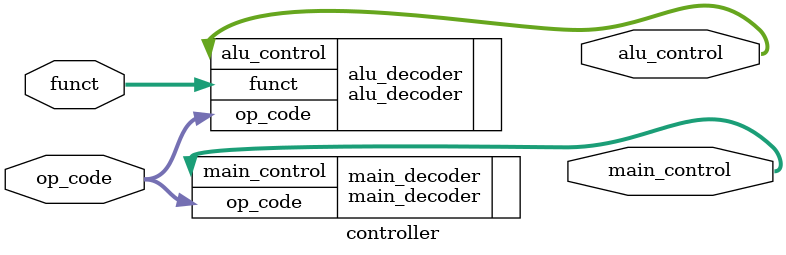
<source format=v>
`timescale 1ns / 1ps


module controller(
	input [5:0] op_code,
	input [5:0] funct,
	output [0:10] main_control,
	output [4:0] alu_control
    );

	main_decoder main_decoder(
		.op_code(op_code),

		.main_control(main_control),
	);

	alu_decoder alu_decoder(
		.op_code(op_code),
		.funct(funct),

		.alu_control(alu_control)
	);
endmodule

</source>
